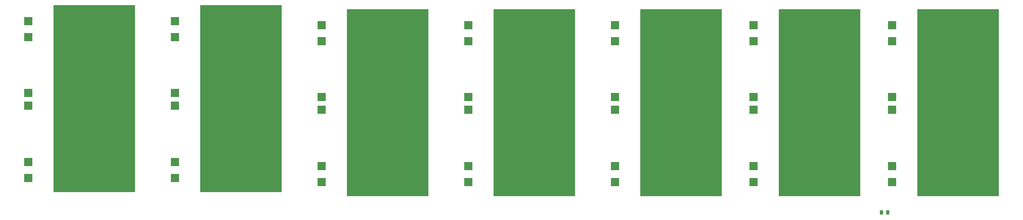
<source format=gts>
G04 #@! TF.GenerationSoftware,KiCad,Pcbnew,(6.0.4-0)*
G04 #@! TF.CreationDate,2022-06-29T10:25:01-05:00*
G04 #@! TF.ProjectId,X+,582b2e6b-6963-4616-945f-706362585858,4*
G04 #@! TF.SameCoordinates,Original*
G04 #@! TF.FileFunction,Soldermask,Top*
G04 #@! TF.FilePolarity,Negative*
%FSLAX46Y46*%
G04 Gerber Fmt 4.6, Leading zero omitted, Abs format (unit mm)*
G04 Created by KiCad (PCBNEW (6.0.4-0)) date 2022-06-29 10:25:01*
%MOMM*%
%LPD*%
G01*
G04 APERTURE LIST*
G04 Aperture macros list*
%AMRoundRect*
0 Rectangle with rounded corners*
0 $1 Rounding radius*
0 $2 $3 $4 $5 $6 $7 $8 $9 X,Y pos of 4 corners*
0 Add a 4 corners polygon primitive as box body*
4,1,4,$2,$3,$4,$5,$6,$7,$8,$9,$2,$3,0*
0 Add four circle primitives for the rounded corners*
1,1,$1+$1,$2,$3*
1,1,$1+$1,$4,$5*
1,1,$1+$1,$6,$7*
1,1,$1+$1,$8,$9*
0 Add four rect primitives between the rounded corners*
20,1,$1+$1,$2,$3,$4,$5,0*
20,1,$1+$1,$4,$5,$6,$7,0*
20,1,$1+$1,$6,$7,$8,$9,0*
20,1,$1+$1,$8,$9,$2,$3,0*%
G04 Aperture macros list end*
%ADD10RoundRect,0.243750X0.243750X0.456250X-0.243750X0.456250X-0.243750X-0.456250X0.243750X-0.456250X0*%
%ADD11R,25.400000X58.420000*%
%ADD12R,2.500000X2.500000*%
G04 APERTURE END LIST*
D10*
X417497500Y-203200000D03*
X415622500Y-203200000D03*
D11*
X439420000Y-168910000D03*
D12*
X418920000Y-188660000D03*
X418920000Y-149660000D03*
X418920000Y-193660000D03*
X418920000Y-144660000D03*
X418920000Y-167060000D03*
X418920000Y-171060000D03*
D11*
X396240000Y-168910000D03*
D12*
X375740000Y-144660000D03*
X375740000Y-149660000D03*
X375740000Y-193660000D03*
X375740000Y-188660000D03*
X375740000Y-171060000D03*
X375740000Y-167060000D03*
D11*
X353060000Y-168910000D03*
D12*
X332560000Y-188660000D03*
X332560000Y-149660000D03*
X332560000Y-193660000D03*
X332560000Y-144660000D03*
X332560000Y-171060000D03*
X332560000Y-167060000D03*
D11*
X307340000Y-168910000D03*
D12*
X286840000Y-193660000D03*
X286840000Y-149660000D03*
X286840000Y-144660000D03*
X286840000Y-188660000D03*
X286840000Y-167060000D03*
X286840000Y-171060000D03*
D11*
X261620000Y-168910000D03*
D12*
X241120000Y-144660000D03*
X241120000Y-188660000D03*
X241120000Y-193660000D03*
X241120000Y-149660000D03*
X241120000Y-167060000D03*
X241120000Y-171060000D03*
D11*
X215900000Y-167640000D03*
D12*
X195400000Y-192390000D03*
X195400000Y-148390000D03*
X195400000Y-143390000D03*
X195400000Y-187390000D03*
X195400000Y-169790000D03*
X195400000Y-165790000D03*
D11*
X170180000Y-167640000D03*
D12*
X149680000Y-187390000D03*
X149680000Y-192390000D03*
X149680000Y-143390000D03*
X149680000Y-148390000D03*
X149680000Y-165790000D03*
X149680000Y-169790000D03*
M02*

</source>
